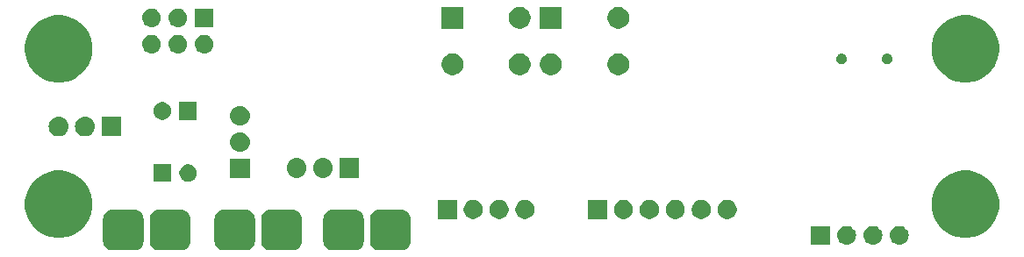
<source format=gbr>
G04 #@! TF.GenerationSoftware,KiCad,Pcbnew,(5.0.1-3-g963ef8bb5)*
G04 #@! TF.CreationDate,2020-07-12T22:57:35-05:00*
G04 #@! TF.ProjectId,SmartNerfBlaster,536D6172744E657266426C6173746572,v1*
G04 #@! TF.SameCoordinates,Original*
G04 #@! TF.FileFunction,Soldermask,Bot*
G04 #@! TF.FilePolarity,Negative*
%FSLAX46Y46*%
G04 Gerber Fmt 4.6, Leading zero omitted, Abs format (unit mm)*
G04 Created by KiCad (PCBNEW (5.0.1-3-g963ef8bb5)) date Sunday, July 12, 2020 at 10:57:35 PM*
%MOMM*%
%LPD*%
G01*
G04 APERTURE LIST*
%ADD10C,0.100000*%
G04 APERTURE END LIST*
D10*
G36*
X153218985Y-90562184D02*
X153390616Y-90614247D01*
X153548787Y-90698792D01*
X153687429Y-90812571D01*
X153801208Y-90951213D01*
X153885753Y-91109384D01*
X153937816Y-91281015D01*
X153956000Y-91465640D01*
X153956000Y-93534360D01*
X153937816Y-93718985D01*
X153885753Y-93890616D01*
X153801208Y-94048787D01*
X153687429Y-94187429D01*
X153548787Y-94301208D01*
X153390616Y-94385753D01*
X153218985Y-94437816D01*
X153034360Y-94456000D01*
X150965640Y-94456000D01*
X150781015Y-94437816D01*
X150609384Y-94385753D01*
X150451213Y-94301208D01*
X150312571Y-94187429D01*
X150198792Y-94048787D01*
X150114247Y-93890616D01*
X150062184Y-93718985D01*
X150044000Y-93534360D01*
X150044000Y-91465640D01*
X150062184Y-91281015D01*
X150114247Y-91109384D01*
X150198792Y-90951213D01*
X150312571Y-90812571D01*
X150451213Y-90698792D01*
X150609384Y-90614247D01*
X150781015Y-90562184D01*
X150965640Y-90544000D01*
X153034360Y-90544000D01*
X153218985Y-90562184D01*
X153218985Y-90562184D01*
G37*
G36*
X148718985Y-90562184D02*
X148890616Y-90614247D01*
X149048787Y-90698792D01*
X149187429Y-90812571D01*
X149301208Y-90951213D01*
X149385753Y-91109384D01*
X149437816Y-91281015D01*
X149456000Y-91465640D01*
X149456000Y-93534360D01*
X149437816Y-93718985D01*
X149385753Y-93890616D01*
X149301208Y-94048787D01*
X149187429Y-94187429D01*
X149048787Y-94301208D01*
X148890616Y-94385753D01*
X148718985Y-94437816D01*
X148534360Y-94456000D01*
X146465640Y-94456000D01*
X146281015Y-94437816D01*
X146109384Y-94385753D01*
X145951213Y-94301208D01*
X145812571Y-94187429D01*
X145698792Y-94048787D01*
X145614247Y-93890616D01*
X145562184Y-93718985D01*
X145544000Y-93534360D01*
X145544000Y-91465640D01*
X145562184Y-91281015D01*
X145614247Y-91109384D01*
X145698792Y-90951213D01*
X145812571Y-90812571D01*
X145951213Y-90698792D01*
X146109384Y-90614247D01*
X146281015Y-90562184D01*
X146465640Y-90544000D01*
X148534360Y-90544000D01*
X148718985Y-90562184D01*
X148718985Y-90562184D01*
G37*
G36*
X142718985Y-90562184D02*
X142890616Y-90614247D01*
X143048787Y-90698792D01*
X143187429Y-90812571D01*
X143301208Y-90951213D01*
X143385753Y-91109384D01*
X143437816Y-91281015D01*
X143456000Y-91465640D01*
X143456000Y-93534360D01*
X143437816Y-93718985D01*
X143385753Y-93890616D01*
X143301208Y-94048787D01*
X143187429Y-94187429D01*
X143048787Y-94301208D01*
X142890616Y-94385753D01*
X142718985Y-94437816D01*
X142534360Y-94456000D01*
X140465640Y-94456000D01*
X140281015Y-94437816D01*
X140109384Y-94385753D01*
X139951213Y-94301208D01*
X139812571Y-94187429D01*
X139698792Y-94048787D01*
X139614247Y-93890616D01*
X139562184Y-93718985D01*
X139544000Y-93534360D01*
X139544000Y-91465640D01*
X139562184Y-91281015D01*
X139614247Y-91109384D01*
X139698792Y-90951213D01*
X139812571Y-90812571D01*
X139951213Y-90698792D01*
X140109384Y-90614247D01*
X140281015Y-90562184D01*
X140465640Y-90544000D01*
X142534360Y-90544000D01*
X142718985Y-90562184D01*
X142718985Y-90562184D01*
G37*
G36*
X138218985Y-90562184D02*
X138390616Y-90614247D01*
X138548787Y-90698792D01*
X138687429Y-90812571D01*
X138801208Y-90951213D01*
X138885753Y-91109384D01*
X138937816Y-91281015D01*
X138956000Y-91465640D01*
X138956000Y-93534360D01*
X138937816Y-93718985D01*
X138885753Y-93890616D01*
X138801208Y-94048787D01*
X138687429Y-94187429D01*
X138548787Y-94301208D01*
X138390616Y-94385753D01*
X138218985Y-94437816D01*
X138034360Y-94456000D01*
X135965640Y-94456000D01*
X135781015Y-94437816D01*
X135609384Y-94385753D01*
X135451213Y-94301208D01*
X135312571Y-94187429D01*
X135198792Y-94048787D01*
X135114247Y-93890616D01*
X135062184Y-93718985D01*
X135044000Y-93534360D01*
X135044000Y-91465640D01*
X135062184Y-91281015D01*
X135114247Y-91109384D01*
X135198792Y-90951213D01*
X135312571Y-90812571D01*
X135451213Y-90698792D01*
X135609384Y-90614247D01*
X135781015Y-90562184D01*
X135965640Y-90544000D01*
X138034360Y-90544000D01*
X138218985Y-90562184D01*
X138218985Y-90562184D01*
G37*
G36*
X131968985Y-90562184D02*
X132140616Y-90614247D01*
X132298787Y-90698792D01*
X132437429Y-90812571D01*
X132551208Y-90951213D01*
X132635753Y-91109384D01*
X132687816Y-91281015D01*
X132706000Y-91465640D01*
X132706000Y-93534360D01*
X132687816Y-93718985D01*
X132635753Y-93890616D01*
X132551208Y-94048787D01*
X132437429Y-94187429D01*
X132298787Y-94301208D01*
X132140616Y-94385753D01*
X131968985Y-94437816D01*
X131784360Y-94456000D01*
X129715640Y-94456000D01*
X129531015Y-94437816D01*
X129359384Y-94385753D01*
X129201213Y-94301208D01*
X129062571Y-94187429D01*
X128948792Y-94048787D01*
X128864247Y-93890616D01*
X128812184Y-93718985D01*
X128794000Y-93534360D01*
X128794000Y-91465640D01*
X128812184Y-91281015D01*
X128864247Y-91109384D01*
X128948792Y-90951213D01*
X129062571Y-90812571D01*
X129201213Y-90698792D01*
X129359384Y-90614247D01*
X129531015Y-90562184D01*
X129715640Y-90544000D01*
X131784360Y-90544000D01*
X131968985Y-90562184D01*
X131968985Y-90562184D01*
G37*
G36*
X127468985Y-90562184D02*
X127640616Y-90614247D01*
X127798787Y-90698792D01*
X127937429Y-90812571D01*
X128051208Y-90951213D01*
X128135753Y-91109384D01*
X128187816Y-91281015D01*
X128206000Y-91465640D01*
X128206000Y-93534360D01*
X128187816Y-93718985D01*
X128135753Y-93890616D01*
X128051208Y-94048787D01*
X127937429Y-94187429D01*
X127798787Y-94301208D01*
X127640616Y-94385753D01*
X127468985Y-94437816D01*
X127284360Y-94456000D01*
X125215640Y-94456000D01*
X125031015Y-94437816D01*
X124859384Y-94385753D01*
X124701213Y-94301208D01*
X124562571Y-94187429D01*
X124448792Y-94048787D01*
X124364247Y-93890616D01*
X124312184Y-93718985D01*
X124294000Y-93534360D01*
X124294000Y-91465640D01*
X124312184Y-91281015D01*
X124364247Y-91109384D01*
X124448792Y-90951213D01*
X124562571Y-90812571D01*
X124701213Y-90698792D01*
X124859384Y-90614247D01*
X125031015Y-90562184D01*
X125215640Y-90544000D01*
X127284360Y-90544000D01*
X127468985Y-90562184D01*
X127468985Y-90562184D01*
G37*
G36*
X194401000Y-93901000D02*
X192599000Y-93901000D01*
X192599000Y-92099000D01*
X194401000Y-92099000D01*
X194401000Y-93901000D01*
X194401000Y-93901000D01*
G37*
G36*
X196150443Y-92105519D02*
X196216627Y-92112037D01*
X196329853Y-92146384D01*
X196386467Y-92163557D01*
X196525087Y-92237652D01*
X196542991Y-92247222D01*
X196578729Y-92276552D01*
X196680186Y-92359814D01*
X196763448Y-92461271D01*
X196792778Y-92497009D01*
X196792779Y-92497011D01*
X196876443Y-92653533D01*
X196876443Y-92653534D01*
X196927963Y-92823373D01*
X196945359Y-93000000D01*
X196927963Y-93176627D01*
X196905402Y-93251000D01*
X196876443Y-93346467D01*
X196806136Y-93478000D01*
X196792778Y-93502991D01*
X196767034Y-93534360D01*
X196680186Y-93640186D01*
X196584168Y-93718985D01*
X196542991Y-93752778D01*
X196542989Y-93752779D01*
X196386467Y-93836443D01*
X196334311Y-93852264D01*
X196216627Y-93887963D01*
X196150442Y-93894482D01*
X196084260Y-93901000D01*
X195995740Y-93901000D01*
X195929557Y-93894481D01*
X195863373Y-93887963D01*
X195745689Y-93852264D01*
X195693533Y-93836443D01*
X195537011Y-93752779D01*
X195537009Y-93752778D01*
X195495832Y-93718985D01*
X195399814Y-93640186D01*
X195312966Y-93534360D01*
X195287222Y-93502991D01*
X195273864Y-93478000D01*
X195203557Y-93346467D01*
X195174598Y-93251000D01*
X195152037Y-93176627D01*
X195134641Y-93000000D01*
X195152037Y-92823373D01*
X195203557Y-92653534D01*
X195203557Y-92653533D01*
X195287221Y-92497011D01*
X195287222Y-92497009D01*
X195316552Y-92461271D01*
X195399814Y-92359814D01*
X195501271Y-92276552D01*
X195537009Y-92247222D01*
X195554913Y-92237652D01*
X195693533Y-92163557D01*
X195750147Y-92146384D01*
X195863373Y-92112037D01*
X195929558Y-92105518D01*
X195995740Y-92099000D01*
X196084260Y-92099000D01*
X196150443Y-92105519D01*
X196150443Y-92105519D01*
G37*
G36*
X198690443Y-92105519D02*
X198756627Y-92112037D01*
X198869853Y-92146384D01*
X198926467Y-92163557D01*
X199065087Y-92237652D01*
X199082991Y-92247222D01*
X199118729Y-92276552D01*
X199220186Y-92359814D01*
X199303448Y-92461271D01*
X199332778Y-92497009D01*
X199332779Y-92497011D01*
X199416443Y-92653533D01*
X199416443Y-92653534D01*
X199467963Y-92823373D01*
X199485359Y-93000000D01*
X199467963Y-93176627D01*
X199445402Y-93251000D01*
X199416443Y-93346467D01*
X199346136Y-93478000D01*
X199332778Y-93502991D01*
X199307034Y-93534360D01*
X199220186Y-93640186D01*
X199124168Y-93718985D01*
X199082991Y-93752778D01*
X199082989Y-93752779D01*
X198926467Y-93836443D01*
X198874311Y-93852264D01*
X198756627Y-93887963D01*
X198690442Y-93894482D01*
X198624260Y-93901000D01*
X198535740Y-93901000D01*
X198469557Y-93894481D01*
X198403373Y-93887963D01*
X198285689Y-93852264D01*
X198233533Y-93836443D01*
X198077011Y-93752779D01*
X198077009Y-93752778D01*
X198035832Y-93718985D01*
X197939814Y-93640186D01*
X197852966Y-93534360D01*
X197827222Y-93502991D01*
X197813864Y-93478000D01*
X197743557Y-93346467D01*
X197714598Y-93251000D01*
X197692037Y-93176627D01*
X197674641Y-93000000D01*
X197692037Y-92823373D01*
X197743557Y-92653534D01*
X197743557Y-92653533D01*
X197827221Y-92497011D01*
X197827222Y-92497009D01*
X197856552Y-92461271D01*
X197939814Y-92359814D01*
X198041271Y-92276552D01*
X198077009Y-92247222D01*
X198094913Y-92237652D01*
X198233533Y-92163557D01*
X198290147Y-92146384D01*
X198403373Y-92112037D01*
X198469558Y-92105518D01*
X198535740Y-92099000D01*
X198624260Y-92099000D01*
X198690443Y-92105519D01*
X198690443Y-92105519D01*
G37*
G36*
X201230443Y-92105519D02*
X201296627Y-92112037D01*
X201409853Y-92146384D01*
X201466467Y-92163557D01*
X201605087Y-92237652D01*
X201622991Y-92247222D01*
X201658729Y-92276552D01*
X201760186Y-92359814D01*
X201843448Y-92461271D01*
X201872778Y-92497009D01*
X201872779Y-92497011D01*
X201956443Y-92653533D01*
X201956443Y-92653534D01*
X202007963Y-92823373D01*
X202025359Y-93000000D01*
X202007963Y-93176627D01*
X201985402Y-93251000D01*
X201956443Y-93346467D01*
X201886136Y-93478000D01*
X201872778Y-93502991D01*
X201847034Y-93534360D01*
X201760186Y-93640186D01*
X201664168Y-93718985D01*
X201622991Y-93752778D01*
X201622989Y-93752779D01*
X201466467Y-93836443D01*
X201414311Y-93852264D01*
X201296627Y-93887963D01*
X201230442Y-93894482D01*
X201164260Y-93901000D01*
X201075740Y-93901000D01*
X201009557Y-93894481D01*
X200943373Y-93887963D01*
X200825689Y-93852264D01*
X200773533Y-93836443D01*
X200617011Y-93752779D01*
X200617009Y-93752778D01*
X200575832Y-93718985D01*
X200479814Y-93640186D01*
X200392966Y-93534360D01*
X200367222Y-93502991D01*
X200353864Y-93478000D01*
X200283557Y-93346467D01*
X200254598Y-93251000D01*
X200232037Y-93176627D01*
X200214641Y-93000000D01*
X200232037Y-92823373D01*
X200283557Y-92653534D01*
X200283557Y-92653533D01*
X200367221Y-92497011D01*
X200367222Y-92497009D01*
X200396552Y-92461271D01*
X200479814Y-92359814D01*
X200581271Y-92276552D01*
X200617009Y-92247222D01*
X200634913Y-92237652D01*
X200773533Y-92163557D01*
X200830147Y-92146384D01*
X200943373Y-92112037D01*
X201009558Y-92105518D01*
X201075740Y-92099000D01*
X201164260Y-92099000D01*
X201230443Y-92105519D01*
X201230443Y-92105519D01*
G37*
G36*
X208134239Y-86811467D02*
X208448282Y-86873934D01*
X209039926Y-87119001D01*
X209536797Y-87451000D01*
X209572395Y-87474786D01*
X210025214Y-87927605D01*
X210025216Y-87927608D01*
X210380999Y-88460074D01*
X210380999Y-88460075D01*
X210626066Y-89051719D01*
X210750918Y-89679389D01*
X210751000Y-89679804D01*
X210751000Y-90320196D01*
X210626066Y-90948282D01*
X210380999Y-91539926D01*
X210027615Y-92068802D01*
X210025214Y-92072395D01*
X209572395Y-92525214D01*
X209572392Y-92525216D01*
X209039926Y-92880999D01*
X208448282Y-93126066D01*
X208134239Y-93188533D01*
X207820197Y-93251000D01*
X207179803Y-93251000D01*
X206865761Y-93188533D01*
X206551718Y-93126066D01*
X205960074Y-92880999D01*
X205427608Y-92525216D01*
X205427605Y-92525214D01*
X204974786Y-92072395D01*
X204972385Y-92068802D01*
X204619001Y-91539926D01*
X204373934Y-90948282D01*
X204249000Y-90320196D01*
X204249000Y-89679804D01*
X204249083Y-89679389D01*
X204373934Y-89051719D01*
X204619001Y-88460075D01*
X204619001Y-88460074D01*
X204974784Y-87927608D01*
X204974786Y-87927605D01*
X205427605Y-87474786D01*
X205463203Y-87451000D01*
X205960074Y-87119001D01*
X206551718Y-86873934D01*
X206865761Y-86811467D01*
X207179803Y-86749000D01*
X207820197Y-86749000D01*
X208134239Y-86811467D01*
X208134239Y-86811467D01*
G37*
G36*
X120634239Y-86811467D02*
X120948282Y-86873934D01*
X121539926Y-87119001D01*
X122036797Y-87451000D01*
X122072395Y-87474786D01*
X122525214Y-87927605D01*
X122525216Y-87927608D01*
X122880999Y-88460074D01*
X122880999Y-88460075D01*
X123126066Y-89051719D01*
X123250918Y-89679389D01*
X123251000Y-89679804D01*
X123251000Y-90320196D01*
X123126066Y-90948282D01*
X122880999Y-91539926D01*
X122527615Y-92068802D01*
X122525214Y-92072395D01*
X122072395Y-92525214D01*
X122072392Y-92525216D01*
X121539926Y-92880999D01*
X120948282Y-93126066D01*
X120634239Y-93188533D01*
X120320197Y-93251000D01*
X119679803Y-93251000D01*
X119365761Y-93188533D01*
X119051718Y-93126066D01*
X118460074Y-92880999D01*
X117927608Y-92525216D01*
X117927605Y-92525214D01*
X117474786Y-92072395D01*
X117472385Y-92068802D01*
X117119001Y-91539926D01*
X116873934Y-90948282D01*
X116749000Y-90320196D01*
X116749000Y-89679804D01*
X116749083Y-89679389D01*
X116873934Y-89051719D01*
X117119001Y-88460075D01*
X117119001Y-88460074D01*
X117474784Y-87927608D01*
X117474786Y-87927605D01*
X117927605Y-87474786D01*
X117963203Y-87451000D01*
X118460074Y-87119001D01*
X119051718Y-86873934D01*
X119365761Y-86811467D01*
X119679803Y-86749000D01*
X120320197Y-86749000D01*
X120634239Y-86811467D01*
X120634239Y-86811467D01*
G37*
G36*
X184770104Y-89609585D02*
X184938626Y-89679389D01*
X185090291Y-89780728D01*
X185219272Y-89909709D01*
X185320611Y-90061374D01*
X185390415Y-90229896D01*
X185426000Y-90408797D01*
X185426000Y-90591203D01*
X185390415Y-90770104D01*
X185320611Y-90938626D01*
X185219272Y-91090291D01*
X185090291Y-91219272D01*
X184938626Y-91320611D01*
X184770104Y-91390415D01*
X184591203Y-91426000D01*
X184408797Y-91426000D01*
X184229896Y-91390415D01*
X184061374Y-91320611D01*
X183909709Y-91219272D01*
X183780728Y-91090291D01*
X183679389Y-90938626D01*
X183609585Y-90770104D01*
X183574000Y-90591203D01*
X183574000Y-90408797D01*
X183609585Y-90229896D01*
X183679389Y-90061374D01*
X183780728Y-89909709D01*
X183909709Y-89780728D01*
X184061374Y-89679389D01*
X184229896Y-89609585D01*
X184408797Y-89574000D01*
X184591203Y-89574000D01*
X184770104Y-89609585D01*
X184770104Y-89609585D01*
G37*
G36*
X182270104Y-89609585D02*
X182438626Y-89679389D01*
X182590291Y-89780728D01*
X182719272Y-89909709D01*
X182820611Y-90061374D01*
X182890415Y-90229896D01*
X182926000Y-90408797D01*
X182926000Y-90591203D01*
X182890415Y-90770104D01*
X182820611Y-90938626D01*
X182719272Y-91090291D01*
X182590291Y-91219272D01*
X182438626Y-91320611D01*
X182270104Y-91390415D01*
X182091203Y-91426000D01*
X181908797Y-91426000D01*
X181729896Y-91390415D01*
X181561374Y-91320611D01*
X181409709Y-91219272D01*
X181280728Y-91090291D01*
X181179389Y-90938626D01*
X181109585Y-90770104D01*
X181074000Y-90591203D01*
X181074000Y-90408797D01*
X181109585Y-90229896D01*
X181179389Y-90061374D01*
X181280728Y-89909709D01*
X181409709Y-89780728D01*
X181561374Y-89679389D01*
X181729896Y-89609585D01*
X181908797Y-89574000D01*
X182091203Y-89574000D01*
X182270104Y-89609585D01*
X182270104Y-89609585D01*
G37*
G36*
X179770104Y-89609585D02*
X179938626Y-89679389D01*
X180090291Y-89780728D01*
X180219272Y-89909709D01*
X180320611Y-90061374D01*
X180390415Y-90229896D01*
X180426000Y-90408797D01*
X180426000Y-90591203D01*
X180390415Y-90770104D01*
X180320611Y-90938626D01*
X180219272Y-91090291D01*
X180090291Y-91219272D01*
X179938626Y-91320611D01*
X179770104Y-91390415D01*
X179591203Y-91426000D01*
X179408797Y-91426000D01*
X179229896Y-91390415D01*
X179061374Y-91320611D01*
X178909709Y-91219272D01*
X178780728Y-91090291D01*
X178679389Y-90938626D01*
X178609585Y-90770104D01*
X178574000Y-90591203D01*
X178574000Y-90408797D01*
X178609585Y-90229896D01*
X178679389Y-90061374D01*
X178780728Y-89909709D01*
X178909709Y-89780728D01*
X179061374Y-89679389D01*
X179229896Y-89609585D01*
X179408797Y-89574000D01*
X179591203Y-89574000D01*
X179770104Y-89609585D01*
X179770104Y-89609585D01*
G37*
G36*
X177270104Y-89609585D02*
X177438626Y-89679389D01*
X177590291Y-89780728D01*
X177719272Y-89909709D01*
X177820611Y-90061374D01*
X177890415Y-90229896D01*
X177926000Y-90408797D01*
X177926000Y-90591203D01*
X177890415Y-90770104D01*
X177820611Y-90938626D01*
X177719272Y-91090291D01*
X177590291Y-91219272D01*
X177438626Y-91320611D01*
X177270104Y-91390415D01*
X177091203Y-91426000D01*
X176908797Y-91426000D01*
X176729896Y-91390415D01*
X176561374Y-91320611D01*
X176409709Y-91219272D01*
X176280728Y-91090291D01*
X176179389Y-90938626D01*
X176109585Y-90770104D01*
X176074000Y-90591203D01*
X176074000Y-90408797D01*
X176109585Y-90229896D01*
X176179389Y-90061374D01*
X176280728Y-89909709D01*
X176409709Y-89780728D01*
X176561374Y-89679389D01*
X176729896Y-89609585D01*
X176908797Y-89574000D01*
X177091203Y-89574000D01*
X177270104Y-89609585D01*
X177270104Y-89609585D01*
G37*
G36*
X174770104Y-89609585D02*
X174938626Y-89679389D01*
X175090291Y-89780728D01*
X175219272Y-89909709D01*
X175320611Y-90061374D01*
X175390415Y-90229896D01*
X175426000Y-90408797D01*
X175426000Y-90591203D01*
X175390415Y-90770104D01*
X175320611Y-90938626D01*
X175219272Y-91090291D01*
X175090291Y-91219272D01*
X174938626Y-91320611D01*
X174770104Y-91390415D01*
X174591203Y-91426000D01*
X174408797Y-91426000D01*
X174229896Y-91390415D01*
X174061374Y-91320611D01*
X173909709Y-91219272D01*
X173780728Y-91090291D01*
X173679389Y-90938626D01*
X173609585Y-90770104D01*
X173574000Y-90591203D01*
X173574000Y-90408797D01*
X173609585Y-90229896D01*
X173679389Y-90061374D01*
X173780728Y-89909709D01*
X173909709Y-89780728D01*
X174061374Y-89679389D01*
X174229896Y-89609585D01*
X174408797Y-89574000D01*
X174591203Y-89574000D01*
X174770104Y-89609585D01*
X174770104Y-89609585D01*
G37*
G36*
X172926000Y-91426000D02*
X171074000Y-91426000D01*
X171074000Y-89574000D01*
X172926000Y-89574000D01*
X172926000Y-91426000D01*
X172926000Y-91426000D01*
G37*
G36*
X158426000Y-91426000D02*
X156574000Y-91426000D01*
X156574000Y-89574000D01*
X158426000Y-89574000D01*
X158426000Y-91426000D01*
X158426000Y-91426000D01*
G37*
G36*
X160270104Y-89609585D02*
X160438626Y-89679389D01*
X160590291Y-89780728D01*
X160719272Y-89909709D01*
X160820611Y-90061374D01*
X160890415Y-90229896D01*
X160926000Y-90408797D01*
X160926000Y-90591203D01*
X160890415Y-90770104D01*
X160820611Y-90938626D01*
X160719272Y-91090291D01*
X160590291Y-91219272D01*
X160438626Y-91320611D01*
X160270104Y-91390415D01*
X160091203Y-91426000D01*
X159908797Y-91426000D01*
X159729896Y-91390415D01*
X159561374Y-91320611D01*
X159409709Y-91219272D01*
X159280728Y-91090291D01*
X159179389Y-90938626D01*
X159109585Y-90770104D01*
X159074000Y-90591203D01*
X159074000Y-90408797D01*
X159109585Y-90229896D01*
X159179389Y-90061374D01*
X159280728Y-89909709D01*
X159409709Y-89780728D01*
X159561374Y-89679389D01*
X159729896Y-89609585D01*
X159908797Y-89574000D01*
X160091203Y-89574000D01*
X160270104Y-89609585D01*
X160270104Y-89609585D01*
G37*
G36*
X162770104Y-89609585D02*
X162938626Y-89679389D01*
X163090291Y-89780728D01*
X163219272Y-89909709D01*
X163320611Y-90061374D01*
X163390415Y-90229896D01*
X163426000Y-90408797D01*
X163426000Y-90591203D01*
X163390415Y-90770104D01*
X163320611Y-90938626D01*
X163219272Y-91090291D01*
X163090291Y-91219272D01*
X162938626Y-91320611D01*
X162770104Y-91390415D01*
X162591203Y-91426000D01*
X162408797Y-91426000D01*
X162229896Y-91390415D01*
X162061374Y-91320611D01*
X161909709Y-91219272D01*
X161780728Y-91090291D01*
X161679389Y-90938626D01*
X161609585Y-90770104D01*
X161574000Y-90591203D01*
X161574000Y-90408797D01*
X161609585Y-90229896D01*
X161679389Y-90061374D01*
X161780728Y-89909709D01*
X161909709Y-89780728D01*
X162061374Y-89679389D01*
X162229896Y-89609585D01*
X162408797Y-89574000D01*
X162591203Y-89574000D01*
X162770104Y-89609585D01*
X162770104Y-89609585D01*
G37*
G36*
X165270104Y-89609585D02*
X165438626Y-89679389D01*
X165590291Y-89780728D01*
X165719272Y-89909709D01*
X165820611Y-90061374D01*
X165890415Y-90229896D01*
X165926000Y-90408797D01*
X165926000Y-90591203D01*
X165890415Y-90770104D01*
X165820611Y-90938626D01*
X165719272Y-91090291D01*
X165590291Y-91219272D01*
X165438626Y-91320611D01*
X165270104Y-91390415D01*
X165091203Y-91426000D01*
X164908797Y-91426000D01*
X164729896Y-91390415D01*
X164561374Y-91320611D01*
X164409709Y-91219272D01*
X164280728Y-91090291D01*
X164179389Y-90938626D01*
X164109585Y-90770104D01*
X164074000Y-90591203D01*
X164074000Y-90408797D01*
X164109585Y-90229896D01*
X164179389Y-90061374D01*
X164280728Y-89909709D01*
X164409709Y-89780728D01*
X164561374Y-89679389D01*
X164729896Y-89609585D01*
X164908797Y-89574000D01*
X165091203Y-89574000D01*
X165270104Y-89609585D01*
X165270104Y-89609585D01*
G37*
G36*
X130851000Y-87851000D02*
X129149000Y-87851000D01*
X129149000Y-86149000D01*
X130851000Y-86149000D01*
X130851000Y-87851000D01*
X130851000Y-87851000D01*
G37*
G36*
X132748228Y-86181703D02*
X132903100Y-86245853D01*
X133042481Y-86338985D01*
X133161015Y-86457519D01*
X133254147Y-86596900D01*
X133318297Y-86751772D01*
X133351000Y-86916184D01*
X133351000Y-87083816D01*
X133318297Y-87248228D01*
X133254147Y-87403100D01*
X133161015Y-87542481D01*
X133042481Y-87661015D01*
X132903100Y-87754147D01*
X132748228Y-87818297D01*
X132583816Y-87851000D01*
X132416184Y-87851000D01*
X132251772Y-87818297D01*
X132096900Y-87754147D01*
X131957519Y-87661015D01*
X131838985Y-87542481D01*
X131745853Y-87403100D01*
X131681703Y-87248228D01*
X131649000Y-87083816D01*
X131649000Y-86916184D01*
X131681703Y-86751772D01*
X131745853Y-86596900D01*
X131838985Y-86457519D01*
X131957519Y-86338985D01*
X132096900Y-86245853D01*
X132251772Y-86181703D01*
X132416184Y-86149000D01*
X132583816Y-86149000D01*
X132748228Y-86181703D01*
X132748228Y-86181703D01*
G37*
G36*
X138451000Y-87491000D02*
X136549000Y-87491000D01*
X136549000Y-85589000D01*
X138451000Y-85589000D01*
X138451000Y-87491000D01*
X138451000Y-87491000D01*
G37*
G36*
X148991000Y-87451000D02*
X147089000Y-87451000D01*
X147089000Y-85549000D01*
X148991000Y-85549000D01*
X148991000Y-87451000D01*
X148991000Y-87451000D01*
G37*
G36*
X145686425Y-85562760D02*
X145686428Y-85562761D01*
X145686429Y-85562761D01*
X145865693Y-85617140D01*
X145865695Y-85617141D01*
X146030905Y-85705448D01*
X146175712Y-85824288D01*
X146294552Y-85969095D01*
X146294553Y-85969097D01*
X146382860Y-86134307D01*
X146416697Y-86245853D01*
X146437240Y-86313575D01*
X146455601Y-86500000D01*
X146437240Y-86686425D01*
X146382859Y-86865695D01*
X146294552Y-87030905D01*
X146175712Y-87175712D01*
X146030905Y-87294552D01*
X146030903Y-87294553D01*
X145865693Y-87382860D01*
X145686429Y-87437239D01*
X145686428Y-87437239D01*
X145686425Y-87437240D01*
X145546718Y-87451000D01*
X145453282Y-87451000D01*
X145313575Y-87437240D01*
X145313572Y-87437239D01*
X145313571Y-87437239D01*
X145134307Y-87382860D01*
X144969097Y-87294553D01*
X144969095Y-87294552D01*
X144824288Y-87175712D01*
X144705448Y-87030905D01*
X144617141Y-86865695D01*
X144562760Y-86686425D01*
X144544399Y-86500000D01*
X144562760Y-86313575D01*
X144583303Y-86245853D01*
X144617140Y-86134307D01*
X144705447Y-85969097D01*
X144705448Y-85969095D01*
X144824288Y-85824288D01*
X144969095Y-85705448D01*
X145134305Y-85617141D01*
X145134307Y-85617140D01*
X145313571Y-85562761D01*
X145313572Y-85562761D01*
X145313575Y-85562760D01*
X145453282Y-85549000D01*
X145546718Y-85549000D01*
X145686425Y-85562760D01*
X145686425Y-85562760D01*
G37*
G36*
X143146425Y-85562760D02*
X143146428Y-85562761D01*
X143146429Y-85562761D01*
X143325693Y-85617140D01*
X143325695Y-85617141D01*
X143490905Y-85705448D01*
X143635712Y-85824288D01*
X143754552Y-85969095D01*
X143754553Y-85969097D01*
X143842860Y-86134307D01*
X143876697Y-86245853D01*
X143897240Y-86313575D01*
X143915601Y-86500000D01*
X143897240Y-86686425D01*
X143842859Y-86865695D01*
X143754552Y-87030905D01*
X143635712Y-87175712D01*
X143490905Y-87294552D01*
X143490903Y-87294553D01*
X143325693Y-87382860D01*
X143146429Y-87437239D01*
X143146428Y-87437239D01*
X143146425Y-87437240D01*
X143006718Y-87451000D01*
X142913282Y-87451000D01*
X142773575Y-87437240D01*
X142773572Y-87437239D01*
X142773571Y-87437239D01*
X142594307Y-87382860D01*
X142429097Y-87294553D01*
X142429095Y-87294552D01*
X142284288Y-87175712D01*
X142165448Y-87030905D01*
X142077141Y-86865695D01*
X142022760Y-86686425D01*
X142004399Y-86500000D01*
X142022760Y-86313575D01*
X142043303Y-86245853D01*
X142077140Y-86134307D01*
X142165447Y-85969097D01*
X142165448Y-85969095D01*
X142284288Y-85824288D01*
X142429095Y-85705448D01*
X142594305Y-85617141D01*
X142594307Y-85617140D01*
X142773571Y-85562761D01*
X142773572Y-85562761D01*
X142773575Y-85562760D01*
X142913282Y-85549000D01*
X143006718Y-85549000D01*
X143146425Y-85562760D01*
X143146425Y-85562760D01*
G37*
G36*
X137686425Y-83062760D02*
X137686428Y-83062761D01*
X137686429Y-83062761D01*
X137865693Y-83117140D01*
X137865695Y-83117141D01*
X138030905Y-83205448D01*
X138175712Y-83324288D01*
X138294552Y-83469095D01*
X138382859Y-83634305D01*
X138437240Y-83813575D01*
X138455601Y-84000000D01*
X138437240Y-84186425D01*
X138382859Y-84365695D01*
X138294552Y-84530905D01*
X138175712Y-84675712D01*
X138030905Y-84794552D01*
X138030903Y-84794553D01*
X137865693Y-84882860D01*
X137686429Y-84937239D01*
X137686428Y-84937239D01*
X137686425Y-84937240D01*
X137546718Y-84951000D01*
X137453282Y-84951000D01*
X137313575Y-84937240D01*
X137313572Y-84937239D01*
X137313571Y-84937239D01*
X137134307Y-84882860D01*
X136969097Y-84794553D01*
X136969095Y-84794552D01*
X136824288Y-84675712D01*
X136705448Y-84530905D01*
X136617141Y-84365695D01*
X136562760Y-84186425D01*
X136544399Y-84000000D01*
X136562760Y-83813575D01*
X136617141Y-83634305D01*
X136705448Y-83469095D01*
X136824288Y-83324288D01*
X136969095Y-83205448D01*
X137134305Y-83117141D01*
X137134307Y-83117140D01*
X137313571Y-83062761D01*
X137313572Y-83062761D01*
X137313575Y-83062760D01*
X137453282Y-83049000D01*
X137546718Y-83049000D01*
X137686425Y-83062760D01*
X137686425Y-83062760D01*
G37*
G36*
X122726425Y-81562760D02*
X122726428Y-81562761D01*
X122726429Y-81562761D01*
X122905693Y-81617140D01*
X122905695Y-81617141D01*
X123070905Y-81705448D01*
X123215712Y-81824288D01*
X123334552Y-81969095D01*
X123422859Y-82134305D01*
X123477240Y-82313575D01*
X123495601Y-82500000D01*
X123477240Y-82686425D01*
X123422859Y-82865695D01*
X123334552Y-83030905D01*
X123215712Y-83175712D01*
X123070905Y-83294552D01*
X123070903Y-83294553D01*
X122905693Y-83382860D01*
X122726429Y-83437239D01*
X122726428Y-83437239D01*
X122726425Y-83437240D01*
X122586718Y-83451000D01*
X122493282Y-83451000D01*
X122353575Y-83437240D01*
X122353572Y-83437239D01*
X122353571Y-83437239D01*
X122174307Y-83382860D01*
X122009097Y-83294553D01*
X122009095Y-83294552D01*
X121864288Y-83175712D01*
X121745448Y-83030905D01*
X121657141Y-82865695D01*
X121602760Y-82686425D01*
X121584399Y-82500000D01*
X121602760Y-82313575D01*
X121657141Y-82134305D01*
X121745448Y-81969095D01*
X121864288Y-81824288D01*
X122009095Y-81705448D01*
X122174305Y-81617141D01*
X122174307Y-81617140D01*
X122353571Y-81562761D01*
X122353572Y-81562761D01*
X122353575Y-81562760D01*
X122493282Y-81549000D01*
X122586718Y-81549000D01*
X122726425Y-81562760D01*
X122726425Y-81562760D01*
G37*
G36*
X126031000Y-83451000D02*
X124129000Y-83451000D01*
X124129000Y-81549000D01*
X126031000Y-81549000D01*
X126031000Y-83451000D01*
X126031000Y-83451000D01*
G37*
G36*
X120186425Y-81562760D02*
X120186428Y-81562761D01*
X120186429Y-81562761D01*
X120365693Y-81617140D01*
X120365695Y-81617141D01*
X120530905Y-81705448D01*
X120675712Y-81824288D01*
X120794552Y-81969095D01*
X120882859Y-82134305D01*
X120937240Y-82313575D01*
X120955601Y-82500000D01*
X120937240Y-82686425D01*
X120882859Y-82865695D01*
X120794552Y-83030905D01*
X120675712Y-83175712D01*
X120530905Y-83294552D01*
X120530903Y-83294553D01*
X120365693Y-83382860D01*
X120186429Y-83437239D01*
X120186428Y-83437239D01*
X120186425Y-83437240D01*
X120046718Y-83451000D01*
X119953282Y-83451000D01*
X119813575Y-83437240D01*
X119813572Y-83437239D01*
X119813571Y-83437239D01*
X119634307Y-83382860D01*
X119469097Y-83294553D01*
X119469095Y-83294552D01*
X119324288Y-83175712D01*
X119205448Y-83030905D01*
X119117141Y-82865695D01*
X119062760Y-82686425D01*
X119044399Y-82500000D01*
X119062760Y-82313575D01*
X119117141Y-82134305D01*
X119205448Y-81969095D01*
X119324288Y-81824288D01*
X119469095Y-81705448D01*
X119634305Y-81617141D01*
X119634307Y-81617140D01*
X119813571Y-81562761D01*
X119813572Y-81562761D01*
X119813575Y-81562760D01*
X119953282Y-81549000D01*
X120046718Y-81549000D01*
X120186425Y-81562760D01*
X120186425Y-81562760D01*
G37*
G36*
X137686425Y-80522760D02*
X137686428Y-80522761D01*
X137686429Y-80522761D01*
X137865693Y-80577140D01*
X137865695Y-80577141D01*
X138030905Y-80665448D01*
X138175712Y-80784288D01*
X138294552Y-80929095D01*
X138382859Y-81094305D01*
X138437240Y-81273575D01*
X138455601Y-81460000D01*
X138437240Y-81646425D01*
X138437239Y-81646428D01*
X138437239Y-81646429D01*
X138385104Y-81818297D01*
X138382859Y-81825695D01*
X138294552Y-81990905D01*
X138175712Y-82135712D01*
X138030905Y-82254552D01*
X138030903Y-82254553D01*
X137865693Y-82342860D01*
X137686429Y-82397239D01*
X137686428Y-82397239D01*
X137686425Y-82397240D01*
X137546718Y-82411000D01*
X137453282Y-82411000D01*
X137313575Y-82397240D01*
X137313572Y-82397239D01*
X137313571Y-82397239D01*
X137134307Y-82342860D01*
X136969097Y-82254553D01*
X136969095Y-82254552D01*
X136824288Y-82135712D01*
X136705448Y-81990905D01*
X136617141Y-81825695D01*
X136614897Y-81818297D01*
X136562761Y-81646429D01*
X136562761Y-81646428D01*
X136562760Y-81646425D01*
X136544399Y-81460000D01*
X136562760Y-81273575D01*
X136617141Y-81094305D01*
X136705448Y-80929095D01*
X136824288Y-80784288D01*
X136969095Y-80665448D01*
X137134305Y-80577141D01*
X137134307Y-80577140D01*
X137313571Y-80522761D01*
X137313572Y-80522761D01*
X137313575Y-80522760D01*
X137453282Y-80509000D01*
X137546718Y-80509000D01*
X137686425Y-80522760D01*
X137686425Y-80522760D01*
G37*
G36*
X133351000Y-81851000D02*
X131649000Y-81851000D01*
X131649000Y-80149000D01*
X133351000Y-80149000D01*
X133351000Y-81851000D01*
X133351000Y-81851000D01*
G37*
G36*
X130248228Y-80181703D02*
X130403100Y-80245853D01*
X130542481Y-80338985D01*
X130661015Y-80457519D01*
X130754147Y-80596900D01*
X130818297Y-80751772D01*
X130851000Y-80916184D01*
X130851000Y-81083816D01*
X130818297Y-81248228D01*
X130754147Y-81403100D01*
X130661015Y-81542481D01*
X130542481Y-81661015D01*
X130403100Y-81754147D01*
X130248228Y-81818297D01*
X130083816Y-81851000D01*
X129916184Y-81851000D01*
X129751772Y-81818297D01*
X129596900Y-81754147D01*
X129457519Y-81661015D01*
X129338985Y-81542481D01*
X129245853Y-81403100D01*
X129181703Y-81248228D01*
X129149000Y-81083816D01*
X129149000Y-80916184D01*
X129181703Y-80751772D01*
X129245853Y-80596900D01*
X129338985Y-80457519D01*
X129457519Y-80338985D01*
X129596900Y-80245853D01*
X129751772Y-80181703D01*
X129916184Y-80149000D01*
X130083816Y-80149000D01*
X130248228Y-80181703D01*
X130248228Y-80181703D01*
G37*
G36*
X208134239Y-71811467D02*
X208448282Y-71873934D01*
X209039926Y-72119001D01*
X209380351Y-72346466D01*
X209572395Y-72474786D01*
X210025214Y-72927605D01*
X210025216Y-72927608D01*
X210380999Y-73460074D01*
X210619973Y-74037009D01*
X210626066Y-74051719D01*
X210751000Y-74679803D01*
X210751000Y-75320197D01*
X210717345Y-75489390D01*
X210626066Y-75948282D01*
X210380999Y-76539926D01*
X210338509Y-76603516D01*
X210025214Y-77072395D01*
X209572395Y-77525214D01*
X209572392Y-77525216D01*
X209039926Y-77880999D01*
X208448282Y-78126066D01*
X208134239Y-78188533D01*
X207820197Y-78251000D01*
X207179803Y-78251000D01*
X206865761Y-78188533D01*
X206551718Y-78126066D01*
X205960074Y-77880999D01*
X205427608Y-77525216D01*
X205427605Y-77525214D01*
X204974786Y-77072395D01*
X204661491Y-76603516D01*
X204619001Y-76539926D01*
X204373934Y-75948282D01*
X204282655Y-75489390D01*
X204249000Y-75320197D01*
X204249000Y-74679803D01*
X204373934Y-74051719D01*
X204380027Y-74037009D01*
X204619001Y-73460074D01*
X204974784Y-72927608D01*
X204974786Y-72927605D01*
X205427605Y-72474786D01*
X205619649Y-72346466D01*
X205960074Y-72119001D01*
X206551718Y-71873934D01*
X206865761Y-71811467D01*
X207179803Y-71749000D01*
X207820197Y-71749000D01*
X208134239Y-71811467D01*
X208134239Y-71811467D01*
G37*
G36*
X120634239Y-71811467D02*
X120948282Y-71873934D01*
X121539926Y-72119001D01*
X121880351Y-72346466D01*
X122072395Y-72474786D01*
X122525214Y-72927605D01*
X122525216Y-72927608D01*
X122880999Y-73460074D01*
X123119973Y-74037009D01*
X123126066Y-74051719D01*
X123251000Y-74679803D01*
X123251000Y-75320197D01*
X123217345Y-75489390D01*
X123126066Y-75948282D01*
X122880999Y-76539926D01*
X122838509Y-76603516D01*
X122525214Y-77072395D01*
X122072395Y-77525214D01*
X122072392Y-77525216D01*
X121539926Y-77880999D01*
X120948282Y-78126066D01*
X120634239Y-78188533D01*
X120320197Y-78251000D01*
X119679803Y-78251000D01*
X119365761Y-78188533D01*
X119051718Y-78126066D01*
X118460074Y-77880999D01*
X117927608Y-77525216D01*
X117927605Y-77525214D01*
X117474786Y-77072395D01*
X117161491Y-76603516D01*
X117119001Y-76539926D01*
X116873934Y-75948282D01*
X116782655Y-75489390D01*
X116749000Y-75320197D01*
X116749000Y-74679803D01*
X116873934Y-74051719D01*
X116880027Y-74037009D01*
X117119001Y-73460074D01*
X117474784Y-72927608D01*
X117474786Y-72927605D01*
X117927605Y-72474786D01*
X118119649Y-72346466D01*
X118460074Y-72119001D01*
X119051718Y-71873934D01*
X119365761Y-71811467D01*
X119679803Y-71749000D01*
X120320197Y-71749000D01*
X120634239Y-71811467D01*
X120634239Y-71811467D01*
G37*
G36*
X174306565Y-75489389D02*
X174497834Y-75568615D01*
X174669976Y-75683637D01*
X174816363Y-75830024D01*
X174931385Y-76002166D01*
X175010611Y-76193435D01*
X175051000Y-76396484D01*
X175051000Y-76603516D01*
X175010611Y-76806565D01*
X174931385Y-76997834D01*
X174816363Y-77169976D01*
X174669976Y-77316363D01*
X174497834Y-77431385D01*
X174306565Y-77510611D01*
X174103516Y-77551000D01*
X173896484Y-77551000D01*
X173693435Y-77510611D01*
X173502166Y-77431385D01*
X173330024Y-77316363D01*
X173183637Y-77169976D01*
X173068615Y-76997834D01*
X172989389Y-76806565D01*
X172949000Y-76603516D01*
X172949000Y-76396484D01*
X172989389Y-76193435D01*
X173068615Y-76002166D01*
X173183637Y-75830024D01*
X173330024Y-75683637D01*
X173502166Y-75568615D01*
X173693435Y-75489389D01*
X173896484Y-75449000D01*
X174103516Y-75449000D01*
X174306565Y-75489389D01*
X174306565Y-75489389D01*
G37*
G36*
X167806565Y-75489389D02*
X167997834Y-75568615D01*
X168169976Y-75683637D01*
X168316363Y-75830024D01*
X168431385Y-76002166D01*
X168510611Y-76193435D01*
X168551000Y-76396484D01*
X168551000Y-76603516D01*
X168510611Y-76806565D01*
X168431385Y-76997834D01*
X168316363Y-77169976D01*
X168169976Y-77316363D01*
X167997834Y-77431385D01*
X167806565Y-77510611D01*
X167603516Y-77551000D01*
X167396484Y-77551000D01*
X167193435Y-77510611D01*
X167002166Y-77431385D01*
X166830024Y-77316363D01*
X166683637Y-77169976D01*
X166568615Y-76997834D01*
X166489389Y-76806565D01*
X166449000Y-76603516D01*
X166449000Y-76396484D01*
X166489389Y-76193435D01*
X166568615Y-76002166D01*
X166683637Y-75830024D01*
X166830024Y-75683637D01*
X167002166Y-75568615D01*
X167193435Y-75489389D01*
X167396484Y-75449000D01*
X167603516Y-75449000D01*
X167806565Y-75489389D01*
X167806565Y-75489389D01*
G37*
G36*
X164806565Y-75489389D02*
X164997834Y-75568615D01*
X165169976Y-75683637D01*
X165316363Y-75830024D01*
X165431385Y-76002166D01*
X165510611Y-76193435D01*
X165551000Y-76396484D01*
X165551000Y-76603516D01*
X165510611Y-76806565D01*
X165431385Y-76997834D01*
X165316363Y-77169976D01*
X165169976Y-77316363D01*
X164997834Y-77431385D01*
X164806565Y-77510611D01*
X164603516Y-77551000D01*
X164396484Y-77551000D01*
X164193435Y-77510611D01*
X164002166Y-77431385D01*
X163830024Y-77316363D01*
X163683637Y-77169976D01*
X163568615Y-76997834D01*
X163489389Y-76806565D01*
X163449000Y-76603516D01*
X163449000Y-76396484D01*
X163489389Y-76193435D01*
X163568615Y-76002166D01*
X163683637Y-75830024D01*
X163830024Y-75683637D01*
X164002166Y-75568615D01*
X164193435Y-75489389D01*
X164396484Y-75449000D01*
X164603516Y-75449000D01*
X164806565Y-75489389D01*
X164806565Y-75489389D01*
G37*
G36*
X158306565Y-75489389D02*
X158497834Y-75568615D01*
X158669976Y-75683637D01*
X158816363Y-75830024D01*
X158931385Y-76002166D01*
X159010611Y-76193435D01*
X159051000Y-76396484D01*
X159051000Y-76603516D01*
X159010611Y-76806565D01*
X158931385Y-76997834D01*
X158816363Y-77169976D01*
X158669976Y-77316363D01*
X158497834Y-77431385D01*
X158306565Y-77510611D01*
X158103516Y-77551000D01*
X157896484Y-77551000D01*
X157693435Y-77510611D01*
X157502166Y-77431385D01*
X157330024Y-77316363D01*
X157183637Y-77169976D01*
X157068615Y-76997834D01*
X156989389Y-76806565D01*
X156949000Y-76603516D01*
X156949000Y-76396484D01*
X156989389Y-76193435D01*
X157068615Y-76002166D01*
X157183637Y-75830024D01*
X157330024Y-75683637D01*
X157502166Y-75568615D01*
X157693435Y-75489389D01*
X157896484Y-75449000D01*
X158103516Y-75449000D01*
X158306565Y-75489389D01*
X158306565Y-75489389D01*
G37*
G36*
X200096136Y-75468253D02*
X200187312Y-75506019D01*
X200269372Y-75560850D01*
X200339150Y-75630628D01*
X200393981Y-75712688D01*
X200431747Y-75803864D01*
X200451000Y-75900656D01*
X200451000Y-75999344D01*
X200431747Y-76096136D01*
X200393981Y-76187312D01*
X200339150Y-76269372D01*
X200269372Y-76339150D01*
X200187312Y-76393981D01*
X200096136Y-76431747D01*
X199999344Y-76451000D01*
X199900656Y-76451000D01*
X199803864Y-76431747D01*
X199712688Y-76393981D01*
X199630628Y-76339150D01*
X199560850Y-76269372D01*
X199506019Y-76187312D01*
X199468253Y-76096136D01*
X199449000Y-75999344D01*
X199449000Y-75900656D01*
X199468253Y-75803864D01*
X199506019Y-75712688D01*
X199560850Y-75630628D01*
X199630628Y-75560850D01*
X199712688Y-75506019D01*
X199803864Y-75468253D01*
X199900656Y-75449000D01*
X199999344Y-75449000D01*
X200096136Y-75468253D01*
X200096136Y-75468253D01*
G37*
G36*
X195696136Y-75468253D02*
X195787312Y-75506019D01*
X195869372Y-75560850D01*
X195939150Y-75630628D01*
X195993981Y-75712688D01*
X196031747Y-75803864D01*
X196051000Y-75900656D01*
X196051000Y-75999344D01*
X196031747Y-76096136D01*
X195993981Y-76187312D01*
X195939150Y-76269372D01*
X195869372Y-76339150D01*
X195787312Y-76393981D01*
X195696136Y-76431747D01*
X195599344Y-76451000D01*
X195500656Y-76451000D01*
X195403864Y-76431747D01*
X195312688Y-76393981D01*
X195230628Y-76339150D01*
X195160850Y-76269372D01*
X195106019Y-76187312D01*
X195068253Y-76096136D01*
X195049000Y-75999344D01*
X195049000Y-75900656D01*
X195068253Y-75803864D01*
X195106019Y-75712688D01*
X195160850Y-75630628D01*
X195230628Y-75560850D01*
X195312688Y-75506019D01*
X195403864Y-75468253D01*
X195500656Y-75449000D01*
X195599344Y-75449000D01*
X195696136Y-75468253D01*
X195696136Y-75468253D01*
G37*
G36*
X134150442Y-73645518D02*
X134216627Y-73652037D01*
X134329853Y-73686384D01*
X134386467Y-73703557D01*
X134525087Y-73777652D01*
X134542991Y-73787222D01*
X134578729Y-73816552D01*
X134680186Y-73899814D01*
X134763448Y-74001271D01*
X134792778Y-74037009D01*
X134792779Y-74037011D01*
X134876443Y-74193533D01*
X134876443Y-74193534D01*
X134927963Y-74363373D01*
X134945359Y-74540000D01*
X134927963Y-74716627D01*
X134893616Y-74829853D01*
X134876443Y-74886467D01*
X134802348Y-75025087D01*
X134792778Y-75042991D01*
X134763448Y-75078729D01*
X134680186Y-75180186D01*
X134578729Y-75263448D01*
X134542991Y-75292778D01*
X134542989Y-75292779D01*
X134386467Y-75376443D01*
X134329853Y-75393616D01*
X134216627Y-75427963D01*
X134150442Y-75434482D01*
X134084260Y-75441000D01*
X133995740Y-75441000D01*
X133929558Y-75434482D01*
X133863373Y-75427963D01*
X133750147Y-75393616D01*
X133693533Y-75376443D01*
X133537011Y-75292779D01*
X133537009Y-75292778D01*
X133501271Y-75263448D01*
X133399814Y-75180186D01*
X133316552Y-75078729D01*
X133287222Y-75042991D01*
X133277652Y-75025087D01*
X133203557Y-74886467D01*
X133186384Y-74829853D01*
X133152037Y-74716627D01*
X133134641Y-74540000D01*
X133152037Y-74363373D01*
X133203557Y-74193534D01*
X133203557Y-74193533D01*
X133287221Y-74037011D01*
X133287222Y-74037009D01*
X133316552Y-74001271D01*
X133399814Y-73899814D01*
X133501271Y-73816552D01*
X133537009Y-73787222D01*
X133554913Y-73777652D01*
X133693533Y-73703557D01*
X133750147Y-73686384D01*
X133863373Y-73652037D01*
X133929558Y-73645518D01*
X133995740Y-73639000D01*
X134084260Y-73639000D01*
X134150442Y-73645518D01*
X134150442Y-73645518D01*
G37*
G36*
X131610442Y-73645518D02*
X131676627Y-73652037D01*
X131789853Y-73686384D01*
X131846467Y-73703557D01*
X131985087Y-73777652D01*
X132002991Y-73787222D01*
X132038729Y-73816552D01*
X132140186Y-73899814D01*
X132223448Y-74001271D01*
X132252778Y-74037009D01*
X132252779Y-74037011D01*
X132336443Y-74193533D01*
X132336443Y-74193534D01*
X132387963Y-74363373D01*
X132405359Y-74540000D01*
X132387963Y-74716627D01*
X132353616Y-74829853D01*
X132336443Y-74886467D01*
X132262348Y-75025087D01*
X132252778Y-75042991D01*
X132223448Y-75078729D01*
X132140186Y-75180186D01*
X132038729Y-75263448D01*
X132002991Y-75292778D01*
X132002989Y-75292779D01*
X131846467Y-75376443D01*
X131789853Y-75393616D01*
X131676627Y-75427963D01*
X131610442Y-75434482D01*
X131544260Y-75441000D01*
X131455740Y-75441000D01*
X131389558Y-75434482D01*
X131323373Y-75427963D01*
X131210147Y-75393616D01*
X131153533Y-75376443D01*
X130997011Y-75292779D01*
X130997009Y-75292778D01*
X130961271Y-75263448D01*
X130859814Y-75180186D01*
X130776552Y-75078729D01*
X130747222Y-75042991D01*
X130737652Y-75025087D01*
X130663557Y-74886467D01*
X130646384Y-74829853D01*
X130612037Y-74716627D01*
X130594641Y-74540000D01*
X130612037Y-74363373D01*
X130663557Y-74193534D01*
X130663557Y-74193533D01*
X130747221Y-74037011D01*
X130747222Y-74037009D01*
X130776552Y-74001271D01*
X130859814Y-73899814D01*
X130961271Y-73816552D01*
X130997009Y-73787222D01*
X131014913Y-73777652D01*
X131153533Y-73703557D01*
X131210147Y-73686384D01*
X131323373Y-73652037D01*
X131389558Y-73645518D01*
X131455740Y-73639000D01*
X131544260Y-73639000D01*
X131610442Y-73645518D01*
X131610442Y-73645518D01*
G37*
G36*
X129070442Y-73645518D02*
X129136627Y-73652037D01*
X129249853Y-73686384D01*
X129306467Y-73703557D01*
X129445087Y-73777652D01*
X129462991Y-73787222D01*
X129498729Y-73816552D01*
X129600186Y-73899814D01*
X129683448Y-74001271D01*
X129712778Y-74037009D01*
X129712779Y-74037011D01*
X129796443Y-74193533D01*
X129796443Y-74193534D01*
X129847963Y-74363373D01*
X129865359Y-74540000D01*
X129847963Y-74716627D01*
X129813616Y-74829853D01*
X129796443Y-74886467D01*
X129722348Y-75025087D01*
X129712778Y-75042991D01*
X129683448Y-75078729D01*
X129600186Y-75180186D01*
X129498729Y-75263448D01*
X129462991Y-75292778D01*
X129462989Y-75292779D01*
X129306467Y-75376443D01*
X129249853Y-75393616D01*
X129136627Y-75427963D01*
X129070442Y-75434482D01*
X129004260Y-75441000D01*
X128915740Y-75441000D01*
X128849558Y-75434482D01*
X128783373Y-75427963D01*
X128670147Y-75393616D01*
X128613533Y-75376443D01*
X128457011Y-75292779D01*
X128457009Y-75292778D01*
X128421271Y-75263448D01*
X128319814Y-75180186D01*
X128236552Y-75078729D01*
X128207222Y-75042991D01*
X128197652Y-75025087D01*
X128123557Y-74886467D01*
X128106384Y-74829853D01*
X128072037Y-74716627D01*
X128054641Y-74540000D01*
X128072037Y-74363373D01*
X128123557Y-74193534D01*
X128123557Y-74193533D01*
X128207221Y-74037011D01*
X128207222Y-74037009D01*
X128236552Y-74001271D01*
X128319814Y-73899814D01*
X128421271Y-73816552D01*
X128457009Y-73787222D01*
X128474913Y-73777652D01*
X128613533Y-73703557D01*
X128670147Y-73686384D01*
X128783373Y-73652037D01*
X128849558Y-73645518D01*
X128915740Y-73639000D01*
X129004260Y-73639000D01*
X129070442Y-73645518D01*
X129070442Y-73645518D01*
G37*
G36*
X174306565Y-70989389D02*
X174497834Y-71068615D01*
X174669976Y-71183637D01*
X174816363Y-71330024D01*
X174931385Y-71502166D01*
X175010611Y-71693435D01*
X175051000Y-71896484D01*
X175051000Y-72103516D01*
X175010611Y-72306565D01*
X174931385Y-72497834D01*
X174816363Y-72669976D01*
X174669976Y-72816363D01*
X174497834Y-72931385D01*
X174306565Y-73010611D01*
X174103516Y-73051000D01*
X173896484Y-73051000D01*
X173693435Y-73010611D01*
X173502166Y-72931385D01*
X173330024Y-72816363D01*
X173183637Y-72669976D01*
X173068615Y-72497834D01*
X172989389Y-72306565D01*
X172949000Y-72103516D01*
X172949000Y-71896484D01*
X172989389Y-71693435D01*
X173068615Y-71502166D01*
X173183637Y-71330024D01*
X173330024Y-71183637D01*
X173502166Y-71068615D01*
X173693435Y-70989389D01*
X173896484Y-70949000D01*
X174103516Y-70949000D01*
X174306565Y-70989389D01*
X174306565Y-70989389D01*
G37*
G36*
X168551000Y-73051000D02*
X166449000Y-73051000D01*
X166449000Y-70949000D01*
X168551000Y-70949000D01*
X168551000Y-73051000D01*
X168551000Y-73051000D01*
G37*
G36*
X159051000Y-73051000D02*
X156949000Y-73051000D01*
X156949000Y-70949000D01*
X159051000Y-70949000D01*
X159051000Y-73051000D01*
X159051000Y-73051000D01*
G37*
G36*
X164806565Y-70989389D02*
X164997834Y-71068615D01*
X165169976Y-71183637D01*
X165316363Y-71330024D01*
X165431385Y-71502166D01*
X165510611Y-71693435D01*
X165551000Y-71896484D01*
X165551000Y-72103516D01*
X165510611Y-72306565D01*
X165431385Y-72497834D01*
X165316363Y-72669976D01*
X165169976Y-72816363D01*
X164997834Y-72931385D01*
X164806565Y-73010611D01*
X164603516Y-73051000D01*
X164396484Y-73051000D01*
X164193435Y-73010611D01*
X164002166Y-72931385D01*
X163830024Y-72816363D01*
X163683637Y-72669976D01*
X163568615Y-72497834D01*
X163489389Y-72306565D01*
X163449000Y-72103516D01*
X163449000Y-71896484D01*
X163489389Y-71693435D01*
X163568615Y-71502166D01*
X163683637Y-71330024D01*
X163830024Y-71183637D01*
X164002166Y-71068615D01*
X164193435Y-70989389D01*
X164396484Y-70949000D01*
X164603516Y-70949000D01*
X164806565Y-70989389D01*
X164806565Y-70989389D01*
G37*
G36*
X129070443Y-71105519D02*
X129136627Y-71112037D01*
X129249853Y-71146384D01*
X129306467Y-71163557D01*
X129344033Y-71183637D01*
X129462991Y-71247222D01*
X129498729Y-71276552D01*
X129600186Y-71359814D01*
X129683448Y-71461271D01*
X129712778Y-71497009D01*
X129712779Y-71497011D01*
X129796443Y-71653533D01*
X129796443Y-71653534D01*
X129847963Y-71823373D01*
X129865359Y-72000000D01*
X129847963Y-72176627D01*
X129813616Y-72289853D01*
X129796443Y-72346467D01*
X129727855Y-72474784D01*
X129712778Y-72502991D01*
X129683448Y-72538729D01*
X129600186Y-72640186D01*
X129498729Y-72723448D01*
X129462991Y-72752778D01*
X129462989Y-72752779D01*
X129306467Y-72836443D01*
X129249853Y-72853616D01*
X129136627Y-72887963D01*
X129070443Y-72894481D01*
X129004260Y-72901000D01*
X128915740Y-72901000D01*
X128849557Y-72894481D01*
X128783373Y-72887963D01*
X128670147Y-72853616D01*
X128613533Y-72836443D01*
X128457011Y-72752779D01*
X128457009Y-72752778D01*
X128421271Y-72723448D01*
X128319814Y-72640186D01*
X128236552Y-72538729D01*
X128207222Y-72502991D01*
X128192145Y-72474784D01*
X128123557Y-72346467D01*
X128106384Y-72289853D01*
X128072037Y-72176627D01*
X128054641Y-72000000D01*
X128072037Y-71823373D01*
X128123557Y-71653534D01*
X128123557Y-71653533D01*
X128207221Y-71497011D01*
X128207222Y-71497009D01*
X128236552Y-71461271D01*
X128319814Y-71359814D01*
X128421271Y-71276552D01*
X128457009Y-71247222D01*
X128575967Y-71183637D01*
X128613533Y-71163557D01*
X128670147Y-71146384D01*
X128783373Y-71112037D01*
X128849557Y-71105519D01*
X128915740Y-71099000D01*
X129004260Y-71099000D01*
X129070443Y-71105519D01*
X129070443Y-71105519D01*
G37*
G36*
X131610443Y-71105519D02*
X131676627Y-71112037D01*
X131789853Y-71146384D01*
X131846467Y-71163557D01*
X131884033Y-71183637D01*
X132002991Y-71247222D01*
X132038729Y-71276552D01*
X132140186Y-71359814D01*
X132223448Y-71461271D01*
X132252778Y-71497009D01*
X132252779Y-71497011D01*
X132336443Y-71653533D01*
X132336443Y-71653534D01*
X132387963Y-71823373D01*
X132405359Y-72000000D01*
X132387963Y-72176627D01*
X132353616Y-72289853D01*
X132336443Y-72346467D01*
X132267855Y-72474784D01*
X132252778Y-72502991D01*
X132223448Y-72538729D01*
X132140186Y-72640186D01*
X132038729Y-72723448D01*
X132002991Y-72752778D01*
X132002989Y-72752779D01*
X131846467Y-72836443D01*
X131789853Y-72853616D01*
X131676627Y-72887963D01*
X131610443Y-72894481D01*
X131544260Y-72901000D01*
X131455740Y-72901000D01*
X131389557Y-72894481D01*
X131323373Y-72887963D01*
X131210147Y-72853616D01*
X131153533Y-72836443D01*
X130997011Y-72752779D01*
X130997009Y-72752778D01*
X130961271Y-72723448D01*
X130859814Y-72640186D01*
X130776552Y-72538729D01*
X130747222Y-72502991D01*
X130732145Y-72474784D01*
X130663557Y-72346467D01*
X130646384Y-72289853D01*
X130612037Y-72176627D01*
X130594641Y-72000000D01*
X130612037Y-71823373D01*
X130663557Y-71653534D01*
X130663557Y-71653533D01*
X130747221Y-71497011D01*
X130747222Y-71497009D01*
X130776552Y-71461271D01*
X130859814Y-71359814D01*
X130961271Y-71276552D01*
X130997009Y-71247222D01*
X131115967Y-71183637D01*
X131153533Y-71163557D01*
X131210147Y-71146384D01*
X131323373Y-71112037D01*
X131389557Y-71105519D01*
X131455740Y-71099000D01*
X131544260Y-71099000D01*
X131610443Y-71105519D01*
X131610443Y-71105519D01*
G37*
G36*
X134941000Y-72901000D02*
X133139000Y-72901000D01*
X133139000Y-71099000D01*
X134941000Y-71099000D01*
X134941000Y-72901000D01*
X134941000Y-72901000D01*
G37*
M02*

</source>
